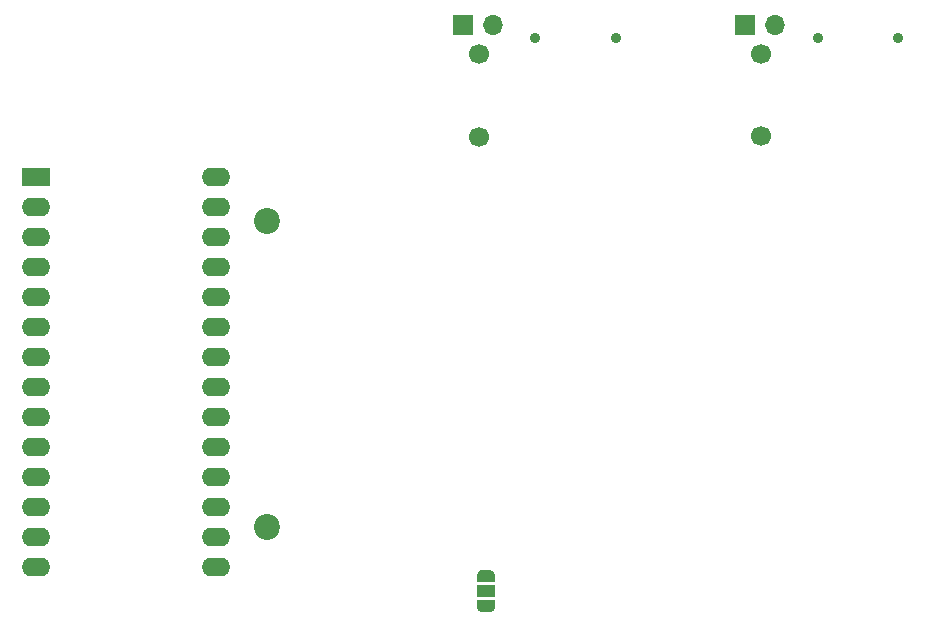
<source format=gbr>
G04 #@! TF.GenerationSoftware,KiCad,Pcbnew,(5.1.8)-1*
G04 #@! TF.CreationDate,2020-12-25T23:56:24+01:00*
G04 #@! TF.ProjectId,GBDSO,47424453-4f2e-46b6-9963-61645f706362,rev?*
G04 #@! TF.SameCoordinates,Original*
G04 #@! TF.FileFunction,Soldermask,Bot*
G04 #@! TF.FilePolarity,Negative*
%FSLAX46Y46*%
G04 Gerber Fmt 4.6, Leading zero omitted, Abs format (unit mm)*
G04 Created by KiCad (PCBNEW (5.1.8)-1) date 2020-12-25 23:56:24*
%MOMM*%
%LPD*%
G01*
G04 APERTURE LIST*
%ADD10C,1.700000*%
%ADD11O,2.400000X1.600000*%
%ADD12R,2.400000X1.600000*%
%ADD13C,0.900000*%
%ADD14R,1.500000X1.000000*%
%ADD15C,0.100000*%
%ADD16C,2.200000*%
%ADD17O,1.700000X1.700000*%
%ADD18R,1.700000X1.700000*%
G04 APERTURE END LIST*
D10*
X168340000Y-80390000D03*
X168340000Y-73390000D03*
X144450000Y-80420000D03*
X144450000Y-73420000D03*
D11*
X122229775Y-83813961D03*
X106989775Y-116833961D03*
X122229775Y-86353961D03*
X106989775Y-114293961D03*
X122229775Y-88893961D03*
X106989775Y-111753961D03*
X122229775Y-91433961D03*
X106989775Y-109213961D03*
X122229775Y-93973961D03*
X106989775Y-106673961D03*
X122229775Y-96513961D03*
X106989775Y-104133961D03*
X122229775Y-99053961D03*
X106989775Y-101593961D03*
X122229775Y-101593961D03*
X106989775Y-99053961D03*
X122229775Y-104133961D03*
X106989775Y-96513961D03*
X122229775Y-106673961D03*
X106989775Y-93973961D03*
X122229775Y-109213961D03*
X106989775Y-91433961D03*
X122229775Y-111753961D03*
X106989775Y-88893961D03*
X122229775Y-114293961D03*
X106989775Y-86353961D03*
X122229775Y-116833961D03*
D12*
X106989775Y-83813961D03*
D13*
X179950000Y-72070000D03*
X173150000Y-72070000D03*
X156050000Y-72070000D03*
X149250000Y-72070000D03*
D14*
X145070000Y-118890000D03*
D15*
G36*
X144320602Y-117590000D02*
G01*
X144320602Y-117565466D01*
X144325412Y-117516635D01*
X144334984Y-117468510D01*
X144349228Y-117421555D01*
X144368005Y-117376222D01*
X144391136Y-117332949D01*
X144418396Y-117292150D01*
X144449524Y-117254221D01*
X144484221Y-117219524D01*
X144522150Y-117188396D01*
X144562949Y-117161136D01*
X144606222Y-117138005D01*
X144651555Y-117119228D01*
X144698510Y-117104984D01*
X144746635Y-117095412D01*
X144795466Y-117090602D01*
X144820000Y-117090602D01*
X144820000Y-117090000D01*
X145320000Y-117090000D01*
X145320000Y-117090602D01*
X145344534Y-117090602D01*
X145393365Y-117095412D01*
X145441490Y-117104984D01*
X145488445Y-117119228D01*
X145533778Y-117138005D01*
X145577051Y-117161136D01*
X145617850Y-117188396D01*
X145655779Y-117219524D01*
X145690476Y-117254221D01*
X145721604Y-117292150D01*
X145748864Y-117332949D01*
X145771995Y-117376222D01*
X145790772Y-117421555D01*
X145805016Y-117468510D01*
X145814588Y-117516635D01*
X145819398Y-117565466D01*
X145819398Y-117590000D01*
X145820000Y-117590000D01*
X145820000Y-118140000D01*
X144320000Y-118140000D01*
X144320000Y-117590000D01*
X144320602Y-117590000D01*
G37*
G36*
X145820000Y-119640000D02*
G01*
X145820000Y-120190000D01*
X145819398Y-120190000D01*
X145819398Y-120214534D01*
X145814588Y-120263365D01*
X145805016Y-120311490D01*
X145790772Y-120358445D01*
X145771995Y-120403778D01*
X145748864Y-120447051D01*
X145721604Y-120487850D01*
X145690476Y-120525779D01*
X145655779Y-120560476D01*
X145617850Y-120591604D01*
X145577051Y-120618864D01*
X145533778Y-120641995D01*
X145488445Y-120660772D01*
X145441490Y-120675016D01*
X145393365Y-120684588D01*
X145344534Y-120689398D01*
X145320000Y-120689398D01*
X145320000Y-120690000D01*
X144820000Y-120690000D01*
X144820000Y-120689398D01*
X144795466Y-120689398D01*
X144746635Y-120684588D01*
X144698510Y-120675016D01*
X144651555Y-120660772D01*
X144606222Y-120641995D01*
X144562949Y-120618864D01*
X144522150Y-120591604D01*
X144484221Y-120560476D01*
X144449524Y-120525779D01*
X144418396Y-120487850D01*
X144391136Y-120447051D01*
X144368005Y-120403778D01*
X144349228Y-120358445D01*
X144334984Y-120311490D01*
X144325412Y-120263365D01*
X144320602Y-120214534D01*
X144320602Y-120190000D01*
X144320000Y-120190000D01*
X144320000Y-119640000D01*
X145820000Y-119640000D01*
G37*
D16*
X126540000Y-87540000D03*
X126540000Y-113440000D03*
D17*
X169560000Y-70940000D03*
D18*
X167020000Y-70940000D03*
D17*
X145690000Y-70940000D03*
D18*
X143150000Y-70940000D03*
M02*

</source>
